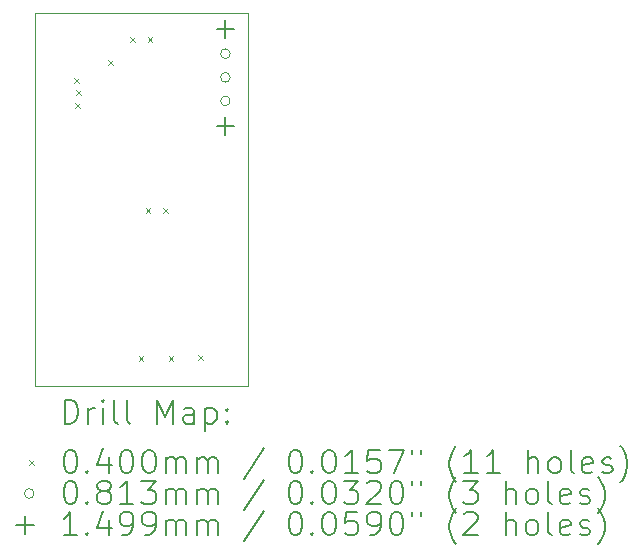
<source format=gbr>
%TF.GenerationSoftware,KiCad,Pcbnew,7.0.9*%
%TF.CreationDate,2024-01-18T21:49:33+01:00*%
%TF.ProjectId,pcb-design,7063622d-6465-4736-9967-6e2e6b696361,rev?*%
%TF.SameCoordinates,Original*%
%TF.FileFunction,Drillmap*%
%TF.FilePolarity,Positive*%
%FSLAX45Y45*%
G04 Gerber Fmt 4.5, Leading zero omitted, Abs format (unit mm)*
G04 Created by KiCad (PCBNEW 7.0.9) date 2024-01-18 21:49:33*
%MOMM*%
%LPD*%
G01*
G04 APERTURE LIST*
%ADD10C,0.100000*%
%ADD11C,0.200000*%
%ADD12C,0.149860*%
G04 APERTURE END LIST*
D10*
X14066100Y-11896100D02*
X15877500Y-11896100D01*
X15877500Y-15052700D01*
X14066100Y-15052700D01*
X14066100Y-11896100D01*
D11*
D10*
X14403200Y-12444600D02*
X14443200Y-12484600D01*
X14443200Y-12444600D02*
X14403200Y-12484600D01*
X14407200Y-12654600D02*
X14447200Y-12694600D01*
X14447200Y-12654600D02*
X14407200Y-12694600D01*
X14417700Y-12545300D02*
X14457700Y-12585300D01*
X14457700Y-12545300D02*
X14417700Y-12585300D01*
X14686900Y-12289700D02*
X14726900Y-12329700D01*
X14726900Y-12289700D02*
X14686900Y-12329700D01*
X14874100Y-12096600D02*
X14914100Y-12136600D01*
X14914100Y-12096600D02*
X14874100Y-12136600D01*
X14947275Y-14796000D02*
X14987275Y-14836000D01*
X14987275Y-14796000D02*
X14947275Y-14836000D01*
X15006300Y-13543800D02*
X15046300Y-13583800D01*
X15046300Y-13543800D02*
X15006300Y-13583800D01*
X15024100Y-12096600D02*
X15064100Y-12136600D01*
X15064100Y-12096600D02*
X15024100Y-12136600D01*
X15152300Y-13543800D02*
X15192300Y-13583800D01*
X15192300Y-13543800D02*
X15152300Y-13583800D01*
X15201700Y-14798500D02*
X15241700Y-14838500D01*
X15241700Y-14798500D02*
X15201700Y-14838500D01*
X15448600Y-14788200D02*
X15488600Y-14828200D01*
X15488600Y-14788200D02*
X15448600Y-14828200D01*
X15722840Y-12238200D02*
G75*
G03*
X15722840Y-12238200I-40640J0D01*
G01*
X15722840Y-12438200D02*
G75*
G03*
X15722840Y-12438200I-40640J0D01*
G01*
X15722840Y-12638200D02*
G75*
G03*
X15722840Y-12638200I-40640J0D01*
G01*
D12*
X15682200Y-11953060D02*
X15682200Y-12102920D01*
X15607270Y-12027990D02*
X15757130Y-12027990D01*
X15682200Y-12773480D02*
X15682200Y-12923340D01*
X15607270Y-12848410D02*
X15757130Y-12848410D01*
D11*
X14321877Y-15369184D02*
X14321877Y-15169184D01*
X14321877Y-15169184D02*
X14369496Y-15169184D01*
X14369496Y-15169184D02*
X14398067Y-15178708D01*
X14398067Y-15178708D02*
X14417115Y-15197755D01*
X14417115Y-15197755D02*
X14426639Y-15216803D01*
X14426639Y-15216803D02*
X14436162Y-15254898D01*
X14436162Y-15254898D02*
X14436162Y-15283469D01*
X14436162Y-15283469D02*
X14426639Y-15321565D01*
X14426639Y-15321565D02*
X14417115Y-15340612D01*
X14417115Y-15340612D02*
X14398067Y-15359660D01*
X14398067Y-15359660D02*
X14369496Y-15369184D01*
X14369496Y-15369184D02*
X14321877Y-15369184D01*
X14521877Y-15369184D02*
X14521877Y-15235850D01*
X14521877Y-15273946D02*
X14531401Y-15254898D01*
X14531401Y-15254898D02*
X14540924Y-15245374D01*
X14540924Y-15245374D02*
X14559972Y-15235850D01*
X14559972Y-15235850D02*
X14579020Y-15235850D01*
X14645686Y-15369184D02*
X14645686Y-15235850D01*
X14645686Y-15169184D02*
X14636162Y-15178708D01*
X14636162Y-15178708D02*
X14645686Y-15188231D01*
X14645686Y-15188231D02*
X14655210Y-15178708D01*
X14655210Y-15178708D02*
X14645686Y-15169184D01*
X14645686Y-15169184D02*
X14645686Y-15188231D01*
X14769496Y-15369184D02*
X14750448Y-15359660D01*
X14750448Y-15359660D02*
X14740924Y-15340612D01*
X14740924Y-15340612D02*
X14740924Y-15169184D01*
X14874258Y-15369184D02*
X14855210Y-15359660D01*
X14855210Y-15359660D02*
X14845686Y-15340612D01*
X14845686Y-15340612D02*
X14845686Y-15169184D01*
X15102829Y-15369184D02*
X15102829Y-15169184D01*
X15102829Y-15169184D02*
X15169496Y-15312041D01*
X15169496Y-15312041D02*
X15236162Y-15169184D01*
X15236162Y-15169184D02*
X15236162Y-15369184D01*
X15417115Y-15369184D02*
X15417115Y-15264422D01*
X15417115Y-15264422D02*
X15407591Y-15245374D01*
X15407591Y-15245374D02*
X15388543Y-15235850D01*
X15388543Y-15235850D02*
X15350448Y-15235850D01*
X15350448Y-15235850D02*
X15331401Y-15245374D01*
X15417115Y-15359660D02*
X15398067Y-15369184D01*
X15398067Y-15369184D02*
X15350448Y-15369184D01*
X15350448Y-15369184D02*
X15331401Y-15359660D01*
X15331401Y-15359660D02*
X15321877Y-15340612D01*
X15321877Y-15340612D02*
X15321877Y-15321565D01*
X15321877Y-15321565D02*
X15331401Y-15302517D01*
X15331401Y-15302517D02*
X15350448Y-15292993D01*
X15350448Y-15292993D02*
X15398067Y-15292993D01*
X15398067Y-15292993D02*
X15417115Y-15283469D01*
X15512353Y-15235850D02*
X15512353Y-15435850D01*
X15512353Y-15245374D02*
X15531401Y-15235850D01*
X15531401Y-15235850D02*
X15569496Y-15235850D01*
X15569496Y-15235850D02*
X15588543Y-15245374D01*
X15588543Y-15245374D02*
X15598067Y-15254898D01*
X15598067Y-15254898D02*
X15607591Y-15273946D01*
X15607591Y-15273946D02*
X15607591Y-15331088D01*
X15607591Y-15331088D02*
X15598067Y-15350136D01*
X15598067Y-15350136D02*
X15588543Y-15359660D01*
X15588543Y-15359660D02*
X15569496Y-15369184D01*
X15569496Y-15369184D02*
X15531401Y-15369184D01*
X15531401Y-15369184D02*
X15512353Y-15359660D01*
X15693305Y-15350136D02*
X15702829Y-15359660D01*
X15702829Y-15359660D02*
X15693305Y-15369184D01*
X15693305Y-15369184D02*
X15683782Y-15359660D01*
X15683782Y-15359660D02*
X15693305Y-15350136D01*
X15693305Y-15350136D02*
X15693305Y-15369184D01*
X15693305Y-15245374D02*
X15702829Y-15254898D01*
X15702829Y-15254898D02*
X15693305Y-15264422D01*
X15693305Y-15264422D02*
X15683782Y-15254898D01*
X15683782Y-15254898D02*
X15693305Y-15245374D01*
X15693305Y-15245374D02*
X15693305Y-15264422D01*
D10*
X14021100Y-15677700D02*
X14061100Y-15717700D01*
X14061100Y-15677700D02*
X14021100Y-15717700D01*
D11*
X14359972Y-15589184D02*
X14379020Y-15589184D01*
X14379020Y-15589184D02*
X14398067Y-15598708D01*
X14398067Y-15598708D02*
X14407591Y-15608231D01*
X14407591Y-15608231D02*
X14417115Y-15627279D01*
X14417115Y-15627279D02*
X14426639Y-15665374D01*
X14426639Y-15665374D02*
X14426639Y-15712993D01*
X14426639Y-15712993D02*
X14417115Y-15751088D01*
X14417115Y-15751088D02*
X14407591Y-15770136D01*
X14407591Y-15770136D02*
X14398067Y-15779660D01*
X14398067Y-15779660D02*
X14379020Y-15789184D01*
X14379020Y-15789184D02*
X14359972Y-15789184D01*
X14359972Y-15789184D02*
X14340924Y-15779660D01*
X14340924Y-15779660D02*
X14331401Y-15770136D01*
X14331401Y-15770136D02*
X14321877Y-15751088D01*
X14321877Y-15751088D02*
X14312353Y-15712993D01*
X14312353Y-15712993D02*
X14312353Y-15665374D01*
X14312353Y-15665374D02*
X14321877Y-15627279D01*
X14321877Y-15627279D02*
X14331401Y-15608231D01*
X14331401Y-15608231D02*
X14340924Y-15598708D01*
X14340924Y-15598708D02*
X14359972Y-15589184D01*
X14512353Y-15770136D02*
X14521877Y-15779660D01*
X14521877Y-15779660D02*
X14512353Y-15789184D01*
X14512353Y-15789184D02*
X14502829Y-15779660D01*
X14502829Y-15779660D02*
X14512353Y-15770136D01*
X14512353Y-15770136D02*
X14512353Y-15789184D01*
X14693305Y-15655850D02*
X14693305Y-15789184D01*
X14645686Y-15579660D02*
X14598067Y-15722517D01*
X14598067Y-15722517D02*
X14721877Y-15722517D01*
X14836162Y-15589184D02*
X14855210Y-15589184D01*
X14855210Y-15589184D02*
X14874258Y-15598708D01*
X14874258Y-15598708D02*
X14883782Y-15608231D01*
X14883782Y-15608231D02*
X14893305Y-15627279D01*
X14893305Y-15627279D02*
X14902829Y-15665374D01*
X14902829Y-15665374D02*
X14902829Y-15712993D01*
X14902829Y-15712993D02*
X14893305Y-15751088D01*
X14893305Y-15751088D02*
X14883782Y-15770136D01*
X14883782Y-15770136D02*
X14874258Y-15779660D01*
X14874258Y-15779660D02*
X14855210Y-15789184D01*
X14855210Y-15789184D02*
X14836162Y-15789184D01*
X14836162Y-15789184D02*
X14817115Y-15779660D01*
X14817115Y-15779660D02*
X14807591Y-15770136D01*
X14807591Y-15770136D02*
X14798067Y-15751088D01*
X14798067Y-15751088D02*
X14788543Y-15712993D01*
X14788543Y-15712993D02*
X14788543Y-15665374D01*
X14788543Y-15665374D02*
X14798067Y-15627279D01*
X14798067Y-15627279D02*
X14807591Y-15608231D01*
X14807591Y-15608231D02*
X14817115Y-15598708D01*
X14817115Y-15598708D02*
X14836162Y-15589184D01*
X15026639Y-15589184D02*
X15045686Y-15589184D01*
X15045686Y-15589184D02*
X15064734Y-15598708D01*
X15064734Y-15598708D02*
X15074258Y-15608231D01*
X15074258Y-15608231D02*
X15083782Y-15627279D01*
X15083782Y-15627279D02*
X15093305Y-15665374D01*
X15093305Y-15665374D02*
X15093305Y-15712993D01*
X15093305Y-15712993D02*
X15083782Y-15751088D01*
X15083782Y-15751088D02*
X15074258Y-15770136D01*
X15074258Y-15770136D02*
X15064734Y-15779660D01*
X15064734Y-15779660D02*
X15045686Y-15789184D01*
X15045686Y-15789184D02*
X15026639Y-15789184D01*
X15026639Y-15789184D02*
X15007591Y-15779660D01*
X15007591Y-15779660D02*
X14998067Y-15770136D01*
X14998067Y-15770136D02*
X14988543Y-15751088D01*
X14988543Y-15751088D02*
X14979020Y-15712993D01*
X14979020Y-15712993D02*
X14979020Y-15665374D01*
X14979020Y-15665374D02*
X14988543Y-15627279D01*
X14988543Y-15627279D02*
X14998067Y-15608231D01*
X14998067Y-15608231D02*
X15007591Y-15598708D01*
X15007591Y-15598708D02*
X15026639Y-15589184D01*
X15179020Y-15789184D02*
X15179020Y-15655850D01*
X15179020Y-15674898D02*
X15188543Y-15665374D01*
X15188543Y-15665374D02*
X15207591Y-15655850D01*
X15207591Y-15655850D02*
X15236163Y-15655850D01*
X15236163Y-15655850D02*
X15255210Y-15665374D01*
X15255210Y-15665374D02*
X15264734Y-15684422D01*
X15264734Y-15684422D02*
X15264734Y-15789184D01*
X15264734Y-15684422D02*
X15274258Y-15665374D01*
X15274258Y-15665374D02*
X15293305Y-15655850D01*
X15293305Y-15655850D02*
X15321877Y-15655850D01*
X15321877Y-15655850D02*
X15340924Y-15665374D01*
X15340924Y-15665374D02*
X15350448Y-15684422D01*
X15350448Y-15684422D02*
X15350448Y-15789184D01*
X15445686Y-15789184D02*
X15445686Y-15655850D01*
X15445686Y-15674898D02*
X15455210Y-15665374D01*
X15455210Y-15665374D02*
X15474258Y-15655850D01*
X15474258Y-15655850D02*
X15502829Y-15655850D01*
X15502829Y-15655850D02*
X15521877Y-15665374D01*
X15521877Y-15665374D02*
X15531401Y-15684422D01*
X15531401Y-15684422D02*
X15531401Y-15789184D01*
X15531401Y-15684422D02*
X15540924Y-15665374D01*
X15540924Y-15665374D02*
X15559972Y-15655850D01*
X15559972Y-15655850D02*
X15588543Y-15655850D01*
X15588543Y-15655850D02*
X15607591Y-15665374D01*
X15607591Y-15665374D02*
X15617115Y-15684422D01*
X15617115Y-15684422D02*
X15617115Y-15789184D01*
X16007591Y-15579660D02*
X15836163Y-15836803D01*
X16264734Y-15589184D02*
X16283782Y-15589184D01*
X16283782Y-15589184D02*
X16302829Y-15598708D01*
X16302829Y-15598708D02*
X16312353Y-15608231D01*
X16312353Y-15608231D02*
X16321877Y-15627279D01*
X16321877Y-15627279D02*
X16331401Y-15665374D01*
X16331401Y-15665374D02*
X16331401Y-15712993D01*
X16331401Y-15712993D02*
X16321877Y-15751088D01*
X16321877Y-15751088D02*
X16312353Y-15770136D01*
X16312353Y-15770136D02*
X16302829Y-15779660D01*
X16302829Y-15779660D02*
X16283782Y-15789184D01*
X16283782Y-15789184D02*
X16264734Y-15789184D01*
X16264734Y-15789184D02*
X16245686Y-15779660D01*
X16245686Y-15779660D02*
X16236163Y-15770136D01*
X16236163Y-15770136D02*
X16226639Y-15751088D01*
X16226639Y-15751088D02*
X16217115Y-15712993D01*
X16217115Y-15712993D02*
X16217115Y-15665374D01*
X16217115Y-15665374D02*
X16226639Y-15627279D01*
X16226639Y-15627279D02*
X16236163Y-15608231D01*
X16236163Y-15608231D02*
X16245686Y-15598708D01*
X16245686Y-15598708D02*
X16264734Y-15589184D01*
X16417115Y-15770136D02*
X16426639Y-15779660D01*
X16426639Y-15779660D02*
X16417115Y-15789184D01*
X16417115Y-15789184D02*
X16407591Y-15779660D01*
X16407591Y-15779660D02*
X16417115Y-15770136D01*
X16417115Y-15770136D02*
X16417115Y-15789184D01*
X16550448Y-15589184D02*
X16569496Y-15589184D01*
X16569496Y-15589184D02*
X16588544Y-15598708D01*
X16588544Y-15598708D02*
X16598067Y-15608231D01*
X16598067Y-15608231D02*
X16607591Y-15627279D01*
X16607591Y-15627279D02*
X16617115Y-15665374D01*
X16617115Y-15665374D02*
X16617115Y-15712993D01*
X16617115Y-15712993D02*
X16607591Y-15751088D01*
X16607591Y-15751088D02*
X16598067Y-15770136D01*
X16598067Y-15770136D02*
X16588544Y-15779660D01*
X16588544Y-15779660D02*
X16569496Y-15789184D01*
X16569496Y-15789184D02*
X16550448Y-15789184D01*
X16550448Y-15789184D02*
X16531401Y-15779660D01*
X16531401Y-15779660D02*
X16521877Y-15770136D01*
X16521877Y-15770136D02*
X16512353Y-15751088D01*
X16512353Y-15751088D02*
X16502829Y-15712993D01*
X16502829Y-15712993D02*
X16502829Y-15665374D01*
X16502829Y-15665374D02*
X16512353Y-15627279D01*
X16512353Y-15627279D02*
X16521877Y-15608231D01*
X16521877Y-15608231D02*
X16531401Y-15598708D01*
X16531401Y-15598708D02*
X16550448Y-15589184D01*
X16807591Y-15789184D02*
X16693306Y-15789184D01*
X16750448Y-15789184D02*
X16750448Y-15589184D01*
X16750448Y-15589184D02*
X16731401Y-15617755D01*
X16731401Y-15617755D02*
X16712353Y-15636803D01*
X16712353Y-15636803D02*
X16693306Y-15646327D01*
X16988544Y-15589184D02*
X16893306Y-15589184D01*
X16893306Y-15589184D02*
X16883782Y-15684422D01*
X16883782Y-15684422D02*
X16893306Y-15674898D01*
X16893306Y-15674898D02*
X16912353Y-15665374D01*
X16912353Y-15665374D02*
X16959972Y-15665374D01*
X16959972Y-15665374D02*
X16979020Y-15674898D01*
X16979020Y-15674898D02*
X16988544Y-15684422D01*
X16988544Y-15684422D02*
X16998068Y-15703469D01*
X16998068Y-15703469D02*
X16998068Y-15751088D01*
X16998068Y-15751088D02*
X16988544Y-15770136D01*
X16988544Y-15770136D02*
X16979020Y-15779660D01*
X16979020Y-15779660D02*
X16959972Y-15789184D01*
X16959972Y-15789184D02*
X16912353Y-15789184D01*
X16912353Y-15789184D02*
X16893306Y-15779660D01*
X16893306Y-15779660D02*
X16883782Y-15770136D01*
X17064734Y-15589184D02*
X17198068Y-15589184D01*
X17198068Y-15589184D02*
X17112353Y-15789184D01*
X17264734Y-15589184D02*
X17264734Y-15627279D01*
X17340925Y-15589184D02*
X17340925Y-15627279D01*
X17636163Y-15865374D02*
X17626639Y-15855850D01*
X17626639Y-15855850D02*
X17607591Y-15827279D01*
X17607591Y-15827279D02*
X17598068Y-15808231D01*
X17598068Y-15808231D02*
X17588544Y-15779660D01*
X17588544Y-15779660D02*
X17579020Y-15732041D01*
X17579020Y-15732041D02*
X17579020Y-15693946D01*
X17579020Y-15693946D02*
X17588544Y-15646327D01*
X17588544Y-15646327D02*
X17598068Y-15617755D01*
X17598068Y-15617755D02*
X17607591Y-15598708D01*
X17607591Y-15598708D02*
X17626639Y-15570136D01*
X17626639Y-15570136D02*
X17636163Y-15560612D01*
X17817115Y-15789184D02*
X17702830Y-15789184D01*
X17759972Y-15789184D02*
X17759972Y-15589184D01*
X17759972Y-15589184D02*
X17740925Y-15617755D01*
X17740925Y-15617755D02*
X17721877Y-15636803D01*
X17721877Y-15636803D02*
X17702830Y-15646327D01*
X18007591Y-15789184D02*
X17893306Y-15789184D01*
X17950449Y-15789184D02*
X17950449Y-15589184D01*
X17950449Y-15589184D02*
X17931401Y-15617755D01*
X17931401Y-15617755D02*
X17912353Y-15636803D01*
X17912353Y-15636803D02*
X17893306Y-15646327D01*
X18245687Y-15789184D02*
X18245687Y-15589184D01*
X18331401Y-15789184D02*
X18331401Y-15684422D01*
X18331401Y-15684422D02*
X18321877Y-15665374D01*
X18321877Y-15665374D02*
X18302830Y-15655850D01*
X18302830Y-15655850D02*
X18274258Y-15655850D01*
X18274258Y-15655850D02*
X18255211Y-15665374D01*
X18255211Y-15665374D02*
X18245687Y-15674898D01*
X18455211Y-15789184D02*
X18436163Y-15779660D01*
X18436163Y-15779660D02*
X18426639Y-15770136D01*
X18426639Y-15770136D02*
X18417115Y-15751088D01*
X18417115Y-15751088D02*
X18417115Y-15693946D01*
X18417115Y-15693946D02*
X18426639Y-15674898D01*
X18426639Y-15674898D02*
X18436163Y-15665374D01*
X18436163Y-15665374D02*
X18455211Y-15655850D01*
X18455211Y-15655850D02*
X18483782Y-15655850D01*
X18483782Y-15655850D02*
X18502830Y-15665374D01*
X18502830Y-15665374D02*
X18512353Y-15674898D01*
X18512353Y-15674898D02*
X18521877Y-15693946D01*
X18521877Y-15693946D02*
X18521877Y-15751088D01*
X18521877Y-15751088D02*
X18512353Y-15770136D01*
X18512353Y-15770136D02*
X18502830Y-15779660D01*
X18502830Y-15779660D02*
X18483782Y-15789184D01*
X18483782Y-15789184D02*
X18455211Y-15789184D01*
X18636163Y-15789184D02*
X18617115Y-15779660D01*
X18617115Y-15779660D02*
X18607592Y-15760612D01*
X18607592Y-15760612D02*
X18607592Y-15589184D01*
X18788544Y-15779660D02*
X18769496Y-15789184D01*
X18769496Y-15789184D02*
X18731401Y-15789184D01*
X18731401Y-15789184D02*
X18712353Y-15779660D01*
X18712353Y-15779660D02*
X18702830Y-15760612D01*
X18702830Y-15760612D02*
X18702830Y-15684422D01*
X18702830Y-15684422D02*
X18712353Y-15665374D01*
X18712353Y-15665374D02*
X18731401Y-15655850D01*
X18731401Y-15655850D02*
X18769496Y-15655850D01*
X18769496Y-15655850D02*
X18788544Y-15665374D01*
X18788544Y-15665374D02*
X18798068Y-15684422D01*
X18798068Y-15684422D02*
X18798068Y-15703469D01*
X18798068Y-15703469D02*
X18702830Y-15722517D01*
X18874258Y-15779660D02*
X18893306Y-15789184D01*
X18893306Y-15789184D02*
X18931401Y-15789184D01*
X18931401Y-15789184D02*
X18950449Y-15779660D01*
X18950449Y-15779660D02*
X18959973Y-15760612D01*
X18959973Y-15760612D02*
X18959973Y-15751088D01*
X18959973Y-15751088D02*
X18950449Y-15732041D01*
X18950449Y-15732041D02*
X18931401Y-15722517D01*
X18931401Y-15722517D02*
X18902830Y-15722517D01*
X18902830Y-15722517D02*
X18883782Y-15712993D01*
X18883782Y-15712993D02*
X18874258Y-15693946D01*
X18874258Y-15693946D02*
X18874258Y-15684422D01*
X18874258Y-15684422D02*
X18883782Y-15665374D01*
X18883782Y-15665374D02*
X18902830Y-15655850D01*
X18902830Y-15655850D02*
X18931401Y-15655850D01*
X18931401Y-15655850D02*
X18950449Y-15665374D01*
X19026639Y-15865374D02*
X19036163Y-15855850D01*
X19036163Y-15855850D02*
X19055211Y-15827279D01*
X19055211Y-15827279D02*
X19064734Y-15808231D01*
X19064734Y-15808231D02*
X19074258Y-15779660D01*
X19074258Y-15779660D02*
X19083782Y-15732041D01*
X19083782Y-15732041D02*
X19083782Y-15693946D01*
X19083782Y-15693946D02*
X19074258Y-15646327D01*
X19074258Y-15646327D02*
X19064734Y-15617755D01*
X19064734Y-15617755D02*
X19055211Y-15598708D01*
X19055211Y-15598708D02*
X19036163Y-15570136D01*
X19036163Y-15570136D02*
X19026639Y-15560612D01*
D10*
X14061100Y-15961700D02*
G75*
G03*
X14061100Y-15961700I-40640J0D01*
G01*
D11*
X14359972Y-15853184D02*
X14379020Y-15853184D01*
X14379020Y-15853184D02*
X14398067Y-15862708D01*
X14398067Y-15862708D02*
X14407591Y-15872231D01*
X14407591Y-15872231D02*
X14417115Y-15891279D01*
X14417115Y-15891279D02*
X14426639Y-15929374D01*
X14426639Y-15929374D02*
X14426639Y-15976993D01*
X14426639Y-15976993D02*
X14417115Y-16015088D01*
X14417115Y-16015088D02*
X14407591Y-16034136D01*
X14407591Y-16034136D02*
X14398067Y-16043660D01*
X14398067Y-16043660D02*
X14379020Y-16053184D01*
X14379020Y-16053184D02*
X14359972Y-16053184D01*
X14359972Y-16053184D02*
X14340924Y-16043660D01*
X14340924Y-16043660D02*
X14331401Y-16034136D01*
X14331401Y-16034136D02*
X14321877Y-16015088D01*
X14321877Y-16015088D02*
X14312353Y-15976993D01*
X14312353Y-15976993D02*
X14312353Y-15929374D01*
X14312353Y-15929374D02*
X14321877Y-15891279D01*
X14321877Y-15891279D02*
X14331401Y-15872231D01*
X14331401Y-15872231D02*
X14340924Y-15862708D01*
X14340924Y-15862708D02*
X14359972Y-15853184D01*
X14512353Y-16034136D02*
X14521877Y-16043660D01*
X14521877Y-16043660D02*
X14512353Y-16053184D01*
X14512353Y-16053184D02*
X14502829Y-16043660D01*
X14502829Y-16043660D02*
X14512353Y-16034136D01*
X14512353Y-16034136D02*
X14512353Y-16053184D01*
X14636162Y-15938898D02*
X14617115Y-15929374D01*
X14617115Y-15929374D02*
X14607591Y-15919850D01*
X14607591Y-15919850D02*
X14598067Y-15900803D01*
X14598067Y-15900803D02*
X14598067Y-15891279D01*
X14598067Y-15891279D02*
X14607591Y-15872231D01*
X14607591Y-15872231D02*
X14617115Y-15862708D01*
X14617115Y-15862708D02*
X14636162Y-15853184D01*
X14636162Y-15853184D02*
X14674258Y-15853184D01*
X14674258Y-15853184D02*
X14693305Y-15862708D01*
X14693305Y-15862708D02*
X14702829Y-15872231D01*
X14702829Y-15872231D02*
X14712353Y-15891279D01*
X14712353Y-15891279D02*
X14712353Y-15900803D01*
X14712353Y-15900803D02*
X14702829Y-15919850D01*
X14702829Y-15919850D02*
X14693305Y-15929374D01*
X14693305Y-15929374D02*
X14674258Y-15938898D01*
X14674258Y-15938898D02*
X14636162Y-15938898D01*
X14636162Y-15938898D02*
X14617115Y-15948422D01*
X14617115Y-15948422D02*
X14607591Y-15957946D01*
X14607591Y-15957946D02*
X14598067Y-15976993D01*
X14598067Y-15976993D02*
X14598067Y-16015088D01*
X14598067Y-16015088D02*
X14607591Y-16034136D01*
X14607591Y-16034136D02*
X14617115Y-16043660D01*
X14617115Y-16043660D02*
X14636162Y-16053184D01*
X14636162Y-16053184D02*
X14674258Y-16053184D01*
X14674258Y-16053184D02*
X14693305Y-16043660D01*
X14693305Y-16043660D02*
X14702829Y-16034136D01*
X14702829Y-16034136D02*
X14712353Y-16015088D01*
X14712353Y-16015088D02*
X14712353Y-15976993D01*
X14712353Y-15976993D02*
X14702829Y-15957946D01*
X14702829Y-15957946D02*
X14693305Y-15948422D01*
X14693305Y-15948422D02*
X14674258Y-15938898D01*
X14902829Y-16053184D02*
X14788543Y-16053184D01*
X14845686Y-16053184D02*
X14845686Y-15853184D01*
X14845686Y-15853184D02*
X14826639Y-15881755D01*
X14826639Y-15881755D02*
X14807591Y-15900803D01*
X14807591Y-15900803D02*
X14788543Y-15910327D01*
X14969496Y-15853184D02*
X15093305Y-15853184D01*
X15093305Y-15853184D02*
X15026639Y-15929374D01*
X15026639Y-15929374D02*
X15055210Y-15929374D01*
X15055210Y-15929374D02*
X15074258Y-15938898D01*
X15074258Y-15938898D02*
X15083782Y-15948422D01*
X15083782Y-15948422D02*
X15093305Y-15967469D01*
X15093305Y-15967469D02*
X15093305Y-16015088D01*
X15093305Y-16015088D02*
X15083782Y-16034136D01*
X15083782Y-16034136D02*
X15074258Y-16043660D01*
X15074258Y-16043660D02*
X15055210Y-16053184D01*
X15055210Y-16053184D02*
X14998067Y-16053184D01*
X14998067Y-16053184D02*
X14979020Y-16043660D01*
X14979020Y-16043660D02*
X14969496Y-16034136D01*
X15179020Y-16053184D02*
X15179020Y-15919850D01*
X15179020Y-15938898D02*
X15188543Y-15929374D01*
X15188543Y-15929374D02*
X15207591Y-15919850D01*
X15207591Y-15919850D02*
X15236163Y-15919850D01*
X15236163Y-15919850D02*
X15255210Y-15929374D01*
X15255210Y-15929374D02*
X15264734Y-15948422D01*
X15264734Y-15948422D02*
X15264734Y-16053184D01*
X15264734Y-15948422D02*
X15274258Y-15929374D01*
X15274258Y-15929374D02*
X15293305Y-15919850D01*
X15293305Y-15919850D02*
X15321877Y-15919850D01*
X15321877Y-15919850D02*
X15340924Y-15929374D01*
X15340924Y-15929374D02*
X15350448Y-15948422D01*
X15350448Y-15948422D02*
X15350448Y-16053184D01*
X15445686Y-16053184D02*
X15445686Y-15919850D01*
X15445686Y-15938898D02*
X15455210Y-15929374D01*
X15455210Y-15929374D02*
X15474258Y-15919850D01*
X15474258Y-15919850D02*
X15502829Y-15919850D01*
X15502829Y-15919850D02*
X15521877Y-15929374D01*
X15521877Y-15929374D02*
X15531401Y-15948422D01*
X15531401Y-15948422D02*
X15531401Y-16053184D01*
X15531401Y-15948422D02*
X15540924Y-15929374D01*
X15540924Y-15929374D02*
X15559972Y-15919850D01*
X15559972Y-15919850D02*
X15588543Y-15919850D01*
X15588543Y-15919850D02*
X15607591Y-15929374D01*
X15607591Y-15929374D02*
X15617115Y-15948422D01*
X15617115Y-15948422D02*
X15617115Y-16053184D01*
X16007591Y-15843660D02*
X15836163Y-16100803D01*
X16264734Y-15853184D02*
X16283782Y-15853184D01*
X16283782Y-15853184D02*
X16302829Y-15862708D01*
X16302829Y-15862708D02*
X16312353Y-15872231D01*
X16312353Y-15872231D02*
X16321877Y-15891279D01*
X16321877Y-15891279D02*
X16331401Y-15929374D01*
X16331401Y-15929374D02*
X16331401Y-15976993D01*
X16331401Y-15976993D02*
X16321877Y-16015088D01*
X16321877Y-16015088D02*
X16312353Y-16034136D01*
X16312353Y-16034136D02*
X16302829Y-16043660D01*
X16302829Y-16043660D02*
X16283782Y-16053184D01*
X16283782Y-16053184D02*
X16264734Y-16053184D01*
X16264734Y-16053184D02*
X16245686Y-16043660D01*
X16245686Y-16043660D02*
X16236163Y-16034136D01*
X16236163Y-16034136D02*
X16226639Y-16015088D01*
X16226639Y-16015088D02*
X16217115Y-15976993D01*
X16217115Y-15976993D02*
X16217115Y-15929374D01*
X16217115Y-15929374D02*
X16226639Y-15891279D01*
X16226639Y-15891279D02*
X16236163Y-15872231D01*
X16236163Y-15872231D02*
X16245686Y-15862708D01*
X16245686Y-15862708D02*
X16264734Y-15853184D01*
X16417115Y-16034136D02*
X16426639Y-16043660D01*
X16426639Y-16043660D02*
X16417115Y-16053184D01*
X16417115Y-16053184D02*
X16407591Y-16043660D01*
X16407591Y-16043660D02*
X16417115Y-16034136D01*
X16417115Y-16034136D02*
X16417115Y-16053184D01*
X16550448Y-15853184D02*
X16569496Y-15853184D01*
X16569496Y-15853184D02*
X16588544Y-15862708D01*
X16588544Y-15862708D02*
X16598067Y-15872231D01*
X16598067Y-15872231D02*
X16607591Y-15891279D01*
X16607591Y-15891279D02*
X16617115Y-15929374D01*
X16617115Y-15929374D02*
X16617115Y-15976993D01*
X16617115Y-15976993D02*
X16607591Y-16015088D01*
X16607591Y-16015088D02*
X16598067Y-16034136D01*
X16598067Y-16034136D02*
X16588544Y-16043660D01*
X16588544Y-16043660D02*
X16569496Y-16053184D01*
X16569496Y-16053184D02*
X16550448Y-16053184D01*
X16550448Y-16053184D02*
X16531401Y-16043660D01*
X16531401Y-16043660D02*
X16521877Y-16034136D01*
X16521877Y-16034136D02*
X16512353Y-16015088D01*
X16512353Y-16015088D02*
X16502829Y-15976993D01*
X16502829Y-15976993D02*
X16502829Y-15929374D01*
X16502829Y-15929374D02*
X16512353Y-15891279D01*
X16512353Y-15891279D02*
X16521877Y-15872231D01*
X16521877Y-15872231D02*
X16531401Y-15862708D01*
X16531401Y-15862708D02*
X16550448Y-15853184D01*
X16683782Y-15853184D02*
X16807591Y-15853184D01*
X16807591Y-15853184D02*
X16740925Y-15929374D01*
X16740925Y-15929374D02*
X16769496Y-15929374D01*
X16769496Y-15929374D02*
X16788544Y-15938898D01*
X16788544Y-15938898D02*
X16798068Y-15948422D01*
X16798068Y-15948422D02*
X16807591Y-15967469D01*
X16807591Y-15967469D02*
X16807591Y-16015088D01*
X16807591Y-16015088D02*
X16798068Y-16034136D01*
X16798068Y-16034136D02*
X16788544Y-16043660D01*
X16788544Y-16043660D02*
X16769496Y-16053184D01*
X16769496Y-16053184D02*
X16712353Y-16053184D01*
X16712353Y-16053184D02*
X16693306Y-16043660D01*
X16693306Y-16043660D02*
X16683782Y-16034136D01*
X16883782Y-15872231D02*
X16893306Y-15862708D01*
X16893306Y-15862708D02*
X16912353Y-15853184D01*
X16912353Y-15853184D02*
X16959972Y-15853184D01*
X16959972Y-15853184D02*
X16979020Y-15862708D01*
X16979020Y-15862708D02*
X16988544Y-15872231D01*
X16988544Y-15872231D02*
X16998068Y-15891279D01*
X16998068Y-15891279D02*
X16998068Y-15910327D01*
X16998068Y-15910327D02*
X16988544Y-15938898D01*
X16988544Y-15938898D02*
X16874258Y-16053184D01*
X16874258Y-16053184D02*
X16998068Y-16053184D01*
X17121877Y-15853184D02*
X17140925Y-15853184D01*
X17140925Y-15853184D02*
X17159972Y-15862708D01*
X17159972Y-15862708D02*
X17169496Y-15872231D01*
X17169496Y-15872231D02*
X17179020Y-15891279D01*
X17179020Y-15891279D02*
X17188544Y-15929374D01*
X17188544Y-15929374D02*
X17188544Y-15976993D01*
X17188544Y-15976993D02*
X17179020Y-16015088D01*
X17179020Y-16015088D02*
X17169496Y-16034136D01*
X17169496Y-16034136D02*
X17159972Y-16043660D01*
X17159972Y-16043660D02*
X17140925Y-16053184D01*
X17140925Y-16053184D02*
X17121877Y-16053184D01*
X17121877Y-16053184D02*
X17102829Y-16043660D01*
X17102829Y-16043660D02*
X17093306Y-16034136D01*
X17093306Y-16034136D02*
X17083782Y-16015088D01*
X17083782Y-16015088D02*
X17074258Y-15976993D01*
X17074258Y-15976993D02*
X17074258Y-15929374D01*
X17074258Y-15929374D02*
X17083782Y-15891279D01*
X17083782Y-15891279D02*
X17093306Y-15872231D01*
X17093306Y-15872231D02*
X17102829Y-15862708D01*
X17102829Y-15862708D02*
X17121877Y-15853184D01*
X17264734Y-15853184D02*
X17264734Y-15891279D01*
X17340925Y-15853184D02*
X17340925Y-15891279D01*
X17636163Y-16129374D02*
X17626639Y-16119850D01*
X17626639Y-16119850D02*
X17607591Y-16091279D01*
X17607591Y-16091279D02*
X17598068Y-16072231D01*
X17598068Y-16072231D02*
X17588544Y-16043660D01*
X17588544Y-16043660D02*
X17579020Y-15996041D01*
X17579020Y-15996041D02*
X17579020Y-15957946D01*
X17579020Y-15957946D02*
X17588544Y-15910327D01*
X17588544Y-15910327D02*
X17598068Y-15881755D01*
X17598068Y-15881755D02*
X17607591Y-15862708D01*
X17607591Y-15862708D02*
X17626639Y-15834136D01*
X17626639Y-15834136D02*
X17636163Y-15824612D01*
X17693306Y-15853184D02*
X17817115Y-15853184D01*
X17817115Y-15853184D02*
X17750449Y-15929374D01*
X17750449Y-15929374D02*
X17779020Y-15929374D01*
X17779020Y-15929374D02*
X17798068Y-15938898D01*
X17798068Y-15938898D02*
X17807591Y-15948422D01*
X17807591Y-15948422D02*
X17817115Y-15967469D01*
X17817115Y-15967469D02*
X17817115Y-16015088D01*
X17817115Y-16015088D02*
X17807591Y-16034136D01*
X17807591Y-16034136D02*
X17798068Y-16043660D01*
X17798068Y-16043660D02*
X17779020Y-16053184D01*
X17779020Y-16053184D02*
X17721877Y-16053184D01*
X17721877Y-16053184D02*
X17702830Y-16043660D01*
X17702830Y-16043660D02*
X17693306Y-16034136D01*
X18055211Y-16053184D02*
X18055211Y-15853184D01*
X18140925Y-16053184D02*
X18140925Y-15948422D01*
X18140925Y-15948422D02*
X18131401Y-15929374D01*
X18131401Y-15929374D02*
X18112353Y-15919850D01*
X18112353Y-15919850D02*
X18083782Y-15919850D01*
X18083782Y-15919850D02*
X18064734Y-15929374D01*
X18064734Y-15929374D02*
X18055211Y-15938898D01*
X18264734Y-16053184D02*
X18245687Y-16043660D01*
X18245687Y-16043660D02*
X18236163Y-16034136D01*
X18236163Y-16034136D02*
X18226639Y-16015088D01*
X18226639Y-16015088D02*
X18226639Y-15957946D01*
X18226639Y-15957946D02*
X18236163Y-15938898D01*
X18236163Y-15938898D02*
X18245687Y-15929374D01*
X18245687Y-15929374D02*
X18264734Y-15919850D01*
X18264734Y-15919850D02*
X18293306Y-15919850D01*
X18293306Y-15919850D02*
X18312353Y-15929374D01*
X18312353Y-15929374D02*
X18321877Y-15938898D01*
X18321877Y-15938898D02*
X18331401Y-15957946D01*
X18331401Y-15957946D02*
X18331401Y-16015088D01*
X18331401Y-16015088D02*
X18321877Y-16034136D01*
X18321877Y-16034136D02*
X18312353Y-16043660D01*
X18312353Y-16043660D02*
X18293306Y-16053184D01*
X18293306Y-16053184D02*
X18264734Y-16053184D01*
X18445687Y-16053184D02*
X18426639Y-16043660D01*
X18426639Y-16043660D02*
X18417115Y-16024612D01*
X18417115Y-16024612D02*
X18417115Y-15853184D01*
X18598068Y-16043660D02*
X18579020Y-16053184D01*
X18579020Y-16053184D02*
X18540925Y-16053184D01*
X18540925Y-16053184D02*
X18521877Y-16043660D01*
X18521877Y-16043660D02*
X18512353Y-16024612D01*
X18512353Y-16024612D02*
X18512353Y-15948422D01*
X18512353Y-15948422D02*
X18521877Y-15929374D01*
X18521877Y-15929374D02*
X18540925Y-15919850D01*
X18540925Y-15919850D02*
X18579020Y-15919850D01*
X18579020Y-15919850D02*
X18598068Y-15929374D01*
X18598068Y-15929374D02*
X18607592Y-15948422D01*
X18607592Y-15948422D02*
X18607592Y-15967469D01*
X18607592Y-15967469D02*
X18512353Y-15986517D01*
X18683782Y-16043660D02*
X18702830Y-16053184D01*
X18702830Y-16053184D02*
X18740925Y-16053184D01*
X18740925Y-16053184D02*
X18759973Y-16043660D01*
X18759973Y-16043660D02*
X18769496Y-16024612D01*
X18769496Y-16024612D02*
X18769496Y-16015088D01*
X18769496Y-16015088D02*
X18759973Y-15996041D01*
X18759973Y-15996041D02*
X18740925Y-15986517D01*
X18740925Y-15986517D02*
X18712353Y-15986517D01*
X18712353Y-15986517D02*
X18693306Y-15976993D01*
X18693306Y-15976993D02*
X18683782Y-15957946D01*
X18683782Y-15957946D02*
X18683782Y-15948422D01*
X18683782Y-15948422D02*
X18693306Y-15929374D01*
X18693306Y-15929374D02*
X18712353Y-15919850D01*
X18712353Y-15919850D02*
X18740925Y-15919850D01*
X18740925Y-15919850D02*
X18759973Y-15929374D01*
X18836163Y-16129374D02*
X18845687Y-16119850D01*
X18845687Y-16119850D02*
X18864734Y-16091279D01*
X18864734Y-16091279D02*
X18874258Y-16072231D01*
X18874258Y-16072231D02*
X18883782Y-16043660D01*
X18883782Y-16043660D02*
X18893306Y-15996041D01*
X18893306Y-15996041D02*
X18893306Y-15957946D01*
X18893306Y-15957946D02*
X18883782Y-15910327D01*
X18883782Y-15910327D02*
X18874258Y-15881755D01*
X18874258Y-15881755D02*
X18864734Y-15862708D01*
X18864734Y-15862708D02*
X18845687Y-15834136D01*
X18845687Y-15834136D02*
X18836163Y-15824612D01*
D12*
X13986170Y-16150770D02*
X13986170Y-16300630D01*
X13911240Y-16225700D02*
X14061100Y-16225700D01*
D11*
X14426639Y-16317184D02*
X14312353Y-16317184D01*
X14369496Y-16317184D02*
X14369496Y-16117184D01*
X14369496Y-16117184D02*
X14350448Y-16145755D01*
X14350448Y-16145755D02*
X14331401Y-16164803D01*
X14331401Y-16164803D02*
X14312353Y-16174327D01*
X14512353Y-16298136D02*
X14521877Y-16307660D01*
X14521877Y-16307660D02*
X14512353Y-16317184D01*
X14512353Y-16317184D02*
X14502829Y-16307660D01*
X14502829Y-16307660D02*
X14512353Y-16298136D01*
X14512353Y-16298136D02*
X14512353Y-16317184D01*
X14693305Y-16183850D02*
X14693305Y-16317184D01*
X14645686Y-16107660D02*
X14598067Y-16250517D01*
X14598067Y-16250517D02*
X14721877Y-16250517D01*
X14807591Y-16317184D02*
X14845686Y-16317184D01*
X14845686Y-16317184D02*
X14864734Y-16307660D01*
X14864734Y-16307660D02*
X14874258Y-16298136D01*
X14874258Y-16298136D02*
X14893305Y-16269565D01*
X14893305Y-16269565D02*
X14902829Y-16231469D01*
X14902829Y-16231469D02*
X14902829Y-16155279D01*
X14902829Y-16155279D02*
X14893305Y-16136231D01*
X14893305Y-16136231D02*
X14883782Y-16126708D01*
X14883782Y-16126708D02*
X14864734Y-16117184D01*
X14864734Y-16117184D02*
X14826639Y-16117184D01*
X14826639Y-16117184D02*
X14807591Y-16126708D01*
X14807591Y-16126708D02*
X14798067Y-16136231D01*
X14798067Y-16136231D02*
X14788543Y-16155279D01*
X14788543Y-16155279D02*
X14788543Y-16202898D01*
X14788543Y-16202898D02*
X14798067Y-16221946D01*
X14798067Y-16221946D02*
X14807591Y-16231469D01*
X14807591Y-16231469D02*
X14826639Y-16240993D01*
X14826639Y-16240993D02*
X14864734Y-16240993D01*
X14864734Y-16240993D02*
X14883782Y-16231469D01*
X14883782Y-16231469D02*
X14893305Y-16221946D01*
X14893305Y-16221946D02*
X14902829Y-16202898D01*
X14998067Y-16317184D02*
X15036162Y-16317184D01*
X15036162Y-16317184D02*
X15055210Y-16307660D01*
X15055210Y-16307660D02*
X15064734Y-16298136D01*
X15064734Y-16298136D02*
X15083782Y-16269565D01*
X15083782Y-16269565D02*
X15093305Y-16231469D01*
X15093305Y-16231469D02*
X15093305Y-16155279D01*
X15093305Y-16155279D02*
X15083782Y-16136231D01*
X15083782Y-16136231D02*
X15074258Y-16126708D01*
X15074258Y-16126708D02*
X15055210Y-16117184D01*
X15055210Y-16117184D02*
X15017115Y-16117184D01*
X15017115Y-16117184D02*
X14998067Y-16126708D01*
X14998067Y-16126708D02*
X14988543Y-16136231D01*
X14988543Y-16136231D02*
X14979020Y-16155279D01*
X14979020Y-16155279D02*
X14979020Y-16202898D01*
X14979020Y-16202898D02*
X14988543Y-16221946D01*
X14988543Y-16221946D02*
X14998067Y-16231469D01*
X14998067Y-16231469D02*
X15017115Y-16240993D01*
X15017115Y-16240993D02*
X15055210Y-16240993D01*
X15055210Y-16240993D02*
X15074258Y-16231469D01*
X15074258Y-16231469D02*
X15083782Y-16221946D01*
X15083782Y-16221946D02*
X15093305Y-16202898D01*
X15179020Y-16317184D02*
X15179020Y-16183850D01*
X15179020Y-16202898D02*
X15188543Y-16193374D01*
X15188543Y-16193374D02*
X15207591Y-16183850D01*
X15207591Y-16183850D02*
X15236163Y-16183850D01*
X15236163Y-16183850D02*
X15255210Y-16193374D01*
X15255210Y-16193374D02*
X15264734Y-16212422D01*
X15264734Y-16212422D02*
X15264734Y-16317184D01*
X15264734Y-16212422D02*
X15274258Y-16193374D01*
X15274258Y-16193374D02*
X15293305Y-16183850D01*
X15293305Y-16183850D02*
X15321877Y-16183850D01*
X15321877Y-16183850D02*
X15340924Y-16193374D01*
X15340924Y-16193374D02*
X15350448Y-16212422D01*
X15350448Y-16212422D02*
X15350448Y-16317184D01*
X15445686Y-16317184D02*
X15445686Y-16183850D01*
X15445686Y-16202898D02*
X15455210Y-16193374D01*
X15455210Y-16193374D02*
X15474258Y-16183850D01*
X15474258Y-16183850D02*
X15502829Y-16183850D01*
X15502829Y-16183850D02*
X15521877Y-16193374D01*
X15521877Y-16193374D02*
X15531401Y-16212422D01*
X15531401Y-16212422D02*
X15531401Y-16317184D01*
X15531401Y-16212422D02*
X15540924Y-16193374D01*
X15540924Y-16193374D02*
X15559972Y-16183850D01*
X15559972Y-16183850D02*
X15588543Y-16183850D01*
X15588543Y-16183850D02*
X15607591Y-16193374D01*
X15607591Y-16193374D02*
X15617115Y-16212422D01*
X15617115Y-16212422D02*
X15617115Y-16317184D01*
X16007591Y-16107660D02*
X15836163Y-16364803D01*
X16264734Y-16117184D02*
X16283782Y-16117184D01*
X16283782Y-16117184D02*
X16302829Y-16126708D01*
X16302829Y-16126708D02*
X16312353Y-16136231D01*
X16312353Y-16136231D02*
X16321877Y-16155279D01*
X16321877Y-16155279D02*
X16331401Y-16193374D01*
X16331401Y-16193374D02*
X16331401Y-16240993D01*
X16331401Y-16240993D02*
X16321877Y-16279088D01*
X16321877Y-16279088D02*
X16312353Y-16298136D01*
X16312353Y-16298136D02*
X16302829Y-16307660D01*
X16302829Y-16307660D02*
X16283782Y-16317184D01*
X16283782Y-16317184D02*
X16264734Y-16317184D01*
X16264734Y-16317184D02*
X16245686Y-16307660D01*
X16245686Y-16307660D02*
X16236163Y-16298136D01*
X16236163Y-16298136D02*
X16226639Y-16279088D01*
X16226639Y-16279088D02*
X16217115Y-16240993D01*
X16217115Y-16240993D02*
X16217115Y-16193374D01*
X16217115Y-16193374D02*
X16226639Y-16155279D01*
X16226639Y-16155279D02*
X16236163Y-16136231D01*
X16236163Y-16136231D02*
X16245686Y-16126708D01*
X16245686Y-16126708D02*
X16264734Y-16117184D01*
X16417115Y-16298136D02*
X16426639Y-16307660D01*
X16426639Y-16307660D02*
X16417115Y-16317184D01*
X16417115Y-16317184D02*
X16407591Y-16307660D01*
X16407591Y-16307660D02*
X16417115Y-16298136D01*
X16417115Y-16298136D02*
X16417115Y-16317184D01*
X16550448Y-16117184D02*
X16569496Y-16117184D01*
X16569496Y-16117184D02*
X16588544Y-16126708D01*
X16588544Y-16126708D02*
X16598067Y-16136231D01*
X16598067Y-16136231D02*
X16607591Y-16155279D01*
X16607591Y-16155279D02*
X16617115Y-16193374D01*
X16617115Y-16193374D02*
X16617115Y-16240993D01*
X16617115Y-16240993D02*
X16607591Y-16279088D01*
X16607591Y-16279088D02*
X16598067Y-16298136D01*
X16598067Y-16298136D02*
X16588544Y-16307660D01*
X16588544Y-16307660D02*
X16569496Y-16317184D01*
X16569496Y-16317184D02*
X16550448Y-16317184D01*
X16550448Y-16317184D02*
X16531401Y-16307660D01*
X16531401Y-16307660D02*
X16521877Y-16298136D01*
X16521877Y-16298136D02*
X16512353Y-16279088D01*
X16512353Y-16279088D02*
X16502829Y-16240993D01*
X16502829Y-16240993D02*
X16502829Y-16193374D01*
X16502829Y-16193374D02*
X16512353Y-16155279D01*
X16512353Y-16155279D02*
X16521877Y-16136231D01*
X16521877Y-16136231D02*
X16531401Y-16126708D01*
X16531401Y-16126708D02*
X16550448Y-16117184D01*
X16798068Y-16117184D02*
X16702829Y-16117184D01*
X16702829Y-16117184D02*
X16693306Y-16212422D01*
X16693306Y-16212422D02*
X16702829Y-16202898D01*
X16702829Y-16202898D02*
X16721877Y-16193374D01*
X16721877Y-16193374D02*
X16769496Y-16193374D01*
X16769496Y-16193374D02*
X16788544Y-16202898D01*
X16788544Y-16202898D02*
X16798068Y-16212422D01*
X16798068Y-16212422D02*
X16807591Y-16231469D01*
X16807591Y-16231469D02*
X16807591Y-16279088D01*
X16807591Y-16279088D02*
X16798068Y-16298136D01*
X16798068Y-16298136D02*
X16788544Y-16307660D01*
X16788544Y-16307660D02*
X16769496Y-16317184D01*
X16769496Y-16317184D02*
X16721877Y-16317184D01*
X16721877Y-16317184D02*
X16702829Y-16307660D01*
X16702829Y-16307660D02*
X16693306Y-16298136D01*
X16902829Y-16317184D02*
X16940925Y-16317184D01*
X16940925Y-16317184D02*
X16959972Y-16307660D01*
X16959972Y-16307660D02*
X16969496Y-16298136D01*
X16969496Y-16298136D02*
X16988544Y-16269565D01*
X16988544Y-16269565D02*
X16998068Y-16231469D01*
X16998068Y-16231469D02*
X16998068Y-16155279D01*
X16998068Y-16155279D02*
X16988544Y-16136231D01*
X16988544Y-16136231D02*
X16979020Y-16126708D01*
X16979020Y-16126708D02*
X16959972Y-16117184D01*
X16959972Y-16117184D02*
X16921877Y-16117184D01*
X16921877Y-16117184D02*
X16902829Y-16126708D01*
X16902829Y-16126708D02*
X16893306Y-16136231D01*
X16893306Y-16136231D02*
X16883782Y-16155279D01*
X16883782Y-16155279D02*
X16883782Y-16202898D01*
X16883782Y-16202898D02*
X16893306Y-16221946D01*
X16893306Y-16221946D02*
X16902829Y-16231469D01*
X16902829Y-16231469D02*
X16921877Y-16240993D01*
X16921877Y-16240993D02*
X16959972Y-16240993D01*
X16959972Y-16240993D02*
X16979020Y-16231469D01*
X16979020Y-16231469D02*
X16988544Y-16221946D01*
X16988544Y-16221946D02*
X16998068Y-16202898D01*
X17121877Y-16117184D02*
X17140925Y-16117184D01*
X17140925Y-16117184D02*
X17159972Y-16126708D01*
X17159972Y-16126708D02*
X17169496Y-16136231D01*
X17169496Y-16136231D02*
X17179020Y-16155279D01*
X17179020Y-16155279D02*
X17188544Y-16193374D01*
X17188544Y-16193374D02*
X17188544Y-16240993D01*
X17188544Y-16240993D02*
X17179020Y-16279088D01*
X17179020Y-16279088D02*
X17169496Y-16298136D01*
X17169496Y-16298136D02*
X17159972Y-16307660D01*
X17159972Y-16307660D02*
X17140925Y-16317184D01*
X17140925Y-16317184D02*
X17121877Y-16317184D01*
X17121877Y-16317184D02*
X17102829Y-16307660D01*
X17102829Y-16307660D02*
X17093306Y-16298136D01*
X17093306Y-16298136D02*
X17083782Y-16279088D01*
X17083782Y-16279088D02*
X17074258Y-16240993D01*
X17074258Y-16240993D02*
X17074258Y-16193374D01*
X17074258Y-16193374D02*
X17083782Y-16155279D01*
X17083782Y-16155279D02*
X17093306Y-16136231D01*
X17093306Y-16136231D02*
X17102829Y-16126708D01*
X17102829Y-16126708D02*
X17121877Y-16117184D01*
X17264734Y-16117184D02*
X17264734Y-16155279D01*
X17340925Y-16117184D02*
X17340925Y-16155279D01*
X17636163Y-16393374D02*
X17626639Y-16383850D01*
X17626639Y-16383850D02*
X17607591Y-16355279D01*
X17607591Y-16355279D02*
X17598068Y-16336231D01*
X17598068Y-16336231D02*
X17588544Y-16307660D01*
X17588544Y-16307660D02*
X17579020Y-16260041D01*
X17579020Y-16260041D02*
X17579020Y-16221946D01*
X17579020Y-16221946D02*
X17588544Y-16174327D01*
X17588544Y-16174327D02*
X17598068Y-16145755D01*
X17598068Y-16145755D02*
X17607591Y-16126708D01*
X17607591Y-16126708D02*
X17626639Y-16098136D01*
X17626639Y-16098136D02*
X17636163Y-16088612D01*
X17702830Y-16136231D02*
X17712353Y-16126708D01*
X17712353Y-16126708D02*
X17731401Y-16117184D01*
X17731401Y-16117184D02*
X17779020Y-16117184D01*
X17779020Y-16117184D02*
X17798068Y-16126708D01*
X17798068Y-16126708D02*
X17807591Y-16136231D01*
X17807591Y-16136231D02*
X17817115Y-16155279D01*
X17817115Y-16155279D02*
X17817115Y-16174327D01*
X17817115Y-16174327D02*
X17807591Y-16202898D01*
X17807591Y-16202898D02*
X17693306Y-16317184D01*
X17693306Y-16317184D02*
X17817115Y-16317184D01*
X18055211Y-16317184D02*
X18055211Y-16117184D01*
X18140925Y-16317184D02*
X18140925Y-16212422D01*
X18140925Y-16212422D02*
X18131401Y-16193374D01*
X18131401Y-16193374D02*
X18112353Y-16183850D01*
X18112353Y-16183850D02*
X18083782Y-16183850D01*
X18083782Y-16183850D02*
X18064734Y-16193374D01*
X18064734Y-16193374D02*
X18055211Y-16202898D01*
X18264734Y-16317184D02*
X18245687Y-16307660D01*
X18245687Y-16307660D02*
X18236163Y-16298136D01*
X18236163Y-16298136D02*
X18226639Y-16279088D01*
X18226639Y-16279088D02*
X18226639Y-16221946D01*
X18226639Y-16221946D02*
X18236163Y-16202898D01*
X18236163Y-16202898D02*
X18245687Y-16193374D01*
X18245687Y-16193374D02*
X18264734Y-16183850D01*
X18264734Y-16183850D02*
X18293306Y-16183850D01*
X18293306Y-16183850D02*
X18312353Y-16193374D01*
X18312353Y-16193374D02*
X18321877Y-16202898D01*
X18321877Y-16202898D02*
X18331401Y-16221946D01*
X18331401Y-16221946D02*
X18331401Y-16279088D01*
X18331401Y-16279088D02*
X18321877Y-16298136D01*
X18321877Y-16298136D02*
X18312353Y-16307660D01*
X18312353Y-16307660D02*
X18293306Y-16317184D01*
X18293306Y-16317184D02*
X18264734Y-16317184D01*
X18445687Y-16317184D02*
X18426639Y-16307660D01*
X18426639Y-16307660D02*
X18417115Y-16288612D01*
X18417115Y-16288612D02*
X18417115Y-16117184D01*
X18598068Y-16307660D02*
X18579020Y-16317184D01*
X18579020Y-16317184D02*
X18540925Y-16317184D01*
X18540925Y-16317184D02*
X18521877Y-16307660D01*
X18521877Y-16307660D02*
X18512353Y-16288612D01*
X18512353Y-16288612D02*
X18512353Y-16212422D01*
X18512353Y-16212422D02*
X18521877Y-16193374D01*
X18521877Y-16193374D02*
X18540925Y-16183850D01*
X18540925Y-16183850D02*
X18579020Y-16183850D01*
X18579020Y-16183850D02*
X18598068Y-16193374D01*
X18598068Y-16193374D02*
X18607592Y-16212422D01*
X18607592Y-16212422D02*
X18607592Y-16231469D01*
X18607592Y-16231469D02*
X18512353Y-16250517D01*
X18683782Y-16307660D02*
X18702830Y-16317184D01*
X18702830Y-16317184D02*
X18740925Y-16317184D01*
X18740925Y-16317184D02*
X18759973Y-16307660D01*
X18759973Y-16307660D02*
X18769496Y-16288612D01*
X18769496Y-16288612D02*
X18769496Y-16279088D01*
X18769496Y-16279088D02*
X18759973Y-16260041D01*
X18759973Y-16260041D02*
X18740925Y-16250517D01*
X18740925Y-16250517D02*
X18712353Y-16250517D01*
X18712353Y-16250517D02*
X18693306Y-16240993D01*
X18693306Y-16240993D02*
X18683782Y-16221946D01*
X18683782Y-16221946D02*
X18683782Y-16212422D01*
X18683782Y-16212422D02*
X18693306Y-16193374D01*
X18693306Y-16193374D02*
X18712353Y-16183850D01*
X18712353Y-16183850D02*
X18740925Y-16183850D01*
X18740925Y-16183850D02*
X18759973Y-16193374D01*
X18836163Y-16393374D02*
X18845687Y-16383850D01*
X18845687Y-16383850D02*
X18864734Y-16355279D01*
X18864734Y-16355279D02*
X18874258Y-16336231D01*
X18874258Y-16336231D02*
X18883782Y-16307660D01*
X18883782Y-16307660D02*
X18893306Y-16260041D01*
X18893306Y-16260041D02*
X18893306Y-16221946D01*
X18893306Y-16221946D02*
X18883782Y-16174327D01*
X18883782Y-16174327D02*
X18874258Y-16145755D01*
X18874258Y-16145755D02*
X18864734Y-16126708D01*
X18864734Y-16126708D02*
X18845687Y-16098136D01*
X18845687Y-16098136D02*
X18836163Y-16088612D01*
M02*

</source>
